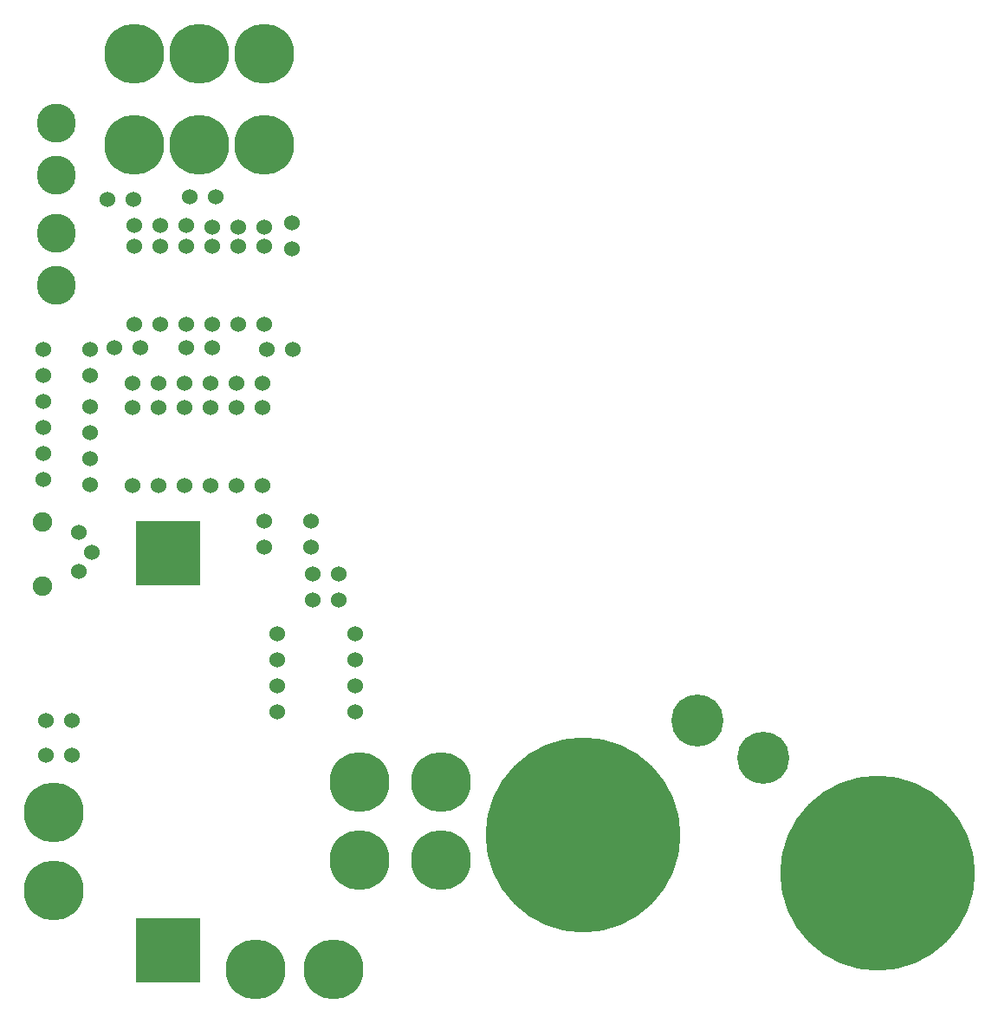
<source format=gbr>
%TF.GenerationSoftware,KiCad,Pcbnew,8.0.6*%
%TF.CreationDate,2025-01-03T13:59:32-07:00*%
%TF.ProjectId,Shutter current limit,53687574-7465-4722-9063-757272656e74,rev?*%
%TF.SameCoordinates,Original*%
%TF.FileFunction,Soldermask,Top*%
%TF.FilePolarity,Negative*%
%FSLAX46Y46*%
G04 Gerber Fmt 4.6, Leading zero omitted, Abs format (unit mm)*
G04 Created by KiCad (PCBNEW 8.0.6) date 2025-01-03 13:59:32*
%MOMM*%
%LPD*%
G01*
G04 APERTURE LIST*
%ADD10C,1.524000*%
%ADD11C,1.905000*%
%ADD12C,5.842000*%
%ADD13R,6.350000X6.350000*%
%ADD14C,3.810000*%
%ADD15C,19.050000*%
%ADD16C,5.080000*%
G04 APERTURE END LIST*
D10*
%TO.C,D1*%
X77876400Y-86586200D03*
X77876400Y-94206200D03*
%TD*%
%TO.C,R6*%
X85184800Y-97635200D03*
X85184800Y-100175200D03*
%TD*%
%TO.C,Q3*%
X75336400Y-84173200D03*
X77876400Y-84173200D03*
X80416400Y-84173200D03*
%TD*%
%TO.C,U1*%
X81915000Y-108712000D03*
X81915000Y-111252000D03*
X81915000Y-113792000D03*
X81915000Y-116332000D03*
X89535000Y-116332000D03*
X89535000Y-113792000D03*
X89535000Y-111252000D03*
X89535000Y-108712000D03*
%TD*%
D11*
%TO.C,TP2*%
X58928000Y-97790000D03*
%TD*%
D10*
%TO.C,R4*%
X59276800Y-117109200D03*
X61816800Y-117109200D03*
%TD*%
%TO.C,D8*%
X78072800Y-70838200D03*
X78072800Y-78458200D03*
%TD*%
%TO.C,R12*%
X72986500Y-80772000D03*
X75526500Y-80772000D03*
%TD*%
D12*
%TO.C,J4*%
X89916000Y-123190000D03*
X89916000Y-130810000D03*
%TD*%
%TO.C,K_cont2*%
X80612800Y-52074400D03*
X67912800Y-52074400D03*
X74262800Y-52074400D03*
%TD*%
D10*
%TO.C,D3*%
X70256400Y-94206200D03*
X70256400Y-86586200D03*
%TD*%
D11*
%TO.C,TP1*%
X58928000Y-103997000D03*
%TD*%
D10*
%TO.C,R9*%
X85344000Y-102870000D03*
X85344000Y-105410000D03*
%TD*%
%TO.C,R13*%
X83312000Y-71120000D03*
X83312000Y-68580000D03*
%TD*%
%TO.C,D6*%
X67716400Y-94206200D03*
X67716400Y-86586200D03*
%TD*%
D13*
%TO.C,R7*%
X71247000Y-139573000D03*
X71247000Y-100838000D03*
%TD*%
D10*
%TO.C,D9*%
X70452800Y-78458200D03*
X70452800Y-70838200D03*
%TD*%
%TO.C,D7*%
X80612800Y-70838200D03*
X80612800Y-78458200D03*
%TD*%
%TO.C,R8*%
X87884000Y-105410000D03*
X87884000Y-102870000D03*
%TD*%
%TO.C,RV1*%
X62484000Y-98806000D03*
X63754000Y-100711000D03*
X62484000Y-102616000D03*
%TD*%
%TO.C,Q2*%
X59022800Y-88491200D03*
X59022800Y-91031200D03*
X59022800Y-93571200D03*
%TD*%
%TO.C,R1*%
X63594800Y-83411200D03*
X63594800Y-80871200D03*
%TD*%
D14*
%TO.C,K_coil2*%
X60292800Y-69568200D03*
X60292800Y-74648200D03*
%TD*%
D10*
%TO.C,R3*%
X63594800Y-91539200D03*
X63594800Y-94079200D03*
%TD*%
%TO.C,D12*%
X67912800Y-78458200D03*
X67912800Y-70838200D03*
%TD*%
%TO.C,D10*%
X72992800Y-78458200D03*
X72992800Y-70838200D03*
%TD*%
D15*
%TO.C,D14*%
X140525500Y-132054600D03*
D16*
X129349500Y-120777000D03*
%TD*%
D10*
%TO.C,D4*%
X72796400Y-94206200D03*
X72796400Y-86586200D03*
%TD*%
%TO.C,D2*%
X80416400Y-86586200D03*
X80416400Y-94206200D03*
%TD*%
D14*
%TO.C,K_coil1*%
X60292800Y-58773200D03*
X60292800Y-63853200D03*
%TD*%
D10*
%TO.C,C1*%
X80612800Y-97635200D03*
X80612800Y-100175200D03*
%TD*%
%TO.C,R11*%
X66001500Y-80772000D03*
X68541500Y-80772000D03*
%TD*%
%TO.C,R14*%
X65278000Y-66294000D03*
X67818000Y-66294000D03*
%TD*%
%TO.C,R15*%
X73367500Y-66014600D03*
X75907500Y-66014600D03*
%TD*%
%TO.C,Q4*%
X67716400Y-84173200D03*
X70256400Y-84173200D03*
X72796400Y-84173200D03*
%TD*%
%TO.C,R10*%
X80866800Y-80871200D03*
X83406800Y-80871200D03*
%TD*%
D12*
%TO.C,J1*%
X60038800Y-133703200D03*
X60038800Y-126083200D03*
%TD*%
%TO.C,J2*%
X87370000Y-141478000D03*
X79750000Y-141478000D03*
%TD*%
D10*
%TO.C,Q5*%
X75532800Y-68933200D03*
X78072800Y-68933200D03*
X80612800Y-68933200D03*
%TD*%
%TO.C,D11*%
X75532800Y-78458200D03*
X75532800Y-70838200D03*
%TD*%
%TO.C,R2*%
X63594800Y-86459200D03*
X63594800Y-88999200D03*
%TD*%
%TO.C,Q1*%
X59022800Y-80871200D03*
X59022800Y-83411200D03*
X59022800Y-85951200D03*
%TD*%
D12*
%TO.C,J3*%
X97917000Y-123190000D03*
X97917000Y-130810000D03*
%TD*%
D10*
%TO.C,Q6*%
X67912800Y-68805334D03*
X70452800Y-68805334D03*
X72992800Y-68805334D03*
%TD*%
%TO.C,D5*%
X75336400Y-94206200D03*
X75336400Y-86586200D03*
%TD*%
D12*
%TO.C,K_cont1*%
X80612800Y-60960000D03*
X67912800Y-60960000D03*
X74262800Y-60960000D03*
%TD*%
D10*
%TO.C,R5*%
X59276800Y-120495200D03*
X61816800Y-120495200D03*
%TD*%
D15*
%TO.C,D13*%
X111760000Y-128333500D03*
D16*
X122936000Y-117157500D03*
%TD*%
M02*

</source>
